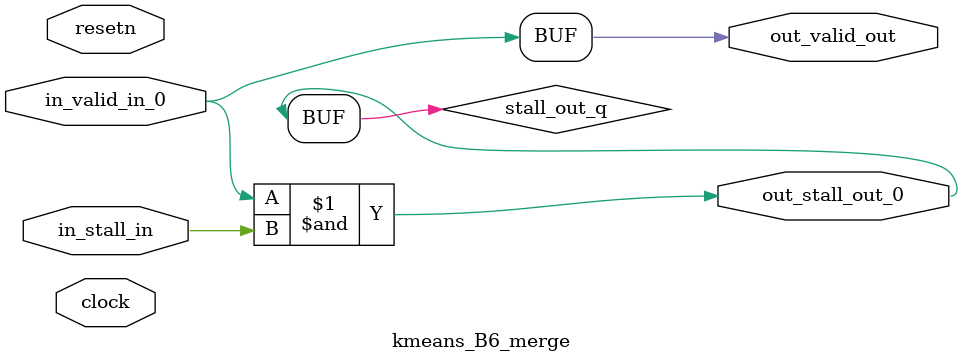
<source format=sv>



(* altera_attribute = "-name AUTO_SHIFT_REGISTER_RECOGNITION OFF; -name MESSAGE_DISABLE 10036; -name MESSAGE_DISABLE 10037; -name MESSAGE_DISABLE 14130; -name MESSAGE_DISABLE 14320; -name MESSAGE_DISABLE 15400; -name MESSAGE_DISABLE 14130; -name MESSAGE_DISABLE 10036; -name MESSAGE_DISABLE 12020; -name MESSAGE_DISABLE 12030; -name MESSAGE_DISABLE 12010; -name MESSAGE_DISABLE 12110; -name MESSAGE_DISABLE 14320; -name MESSAGE_DISABLE 13410; -name MESSAGE_DISABLE 113007; -name MESSAGE_DISABLE 10958" *)
module kmeans_B6_merge (
    input wire [0:0] in_stall_in,
    input wire [0:0] in_valid_in_0,
    output wire [0:0] out_stall_out_0,
    output wire [0:0] out_valid_out,
    input wire clock,
    input wire resetn
    );

    wire [0:0] stall_out_q;


    // stall_out(LOGICAL,6)
    assign stall_out_q = in_valid_in_0 & in_stall_in;

    // out_stall_out_0(GPOUT,4)
    assign out_stall_out_0 = stall_out_q;

    // out_valid_out(GPOUT,5)
    assign out_valid_out = in_valid_in_0;

endmodule

</source>
